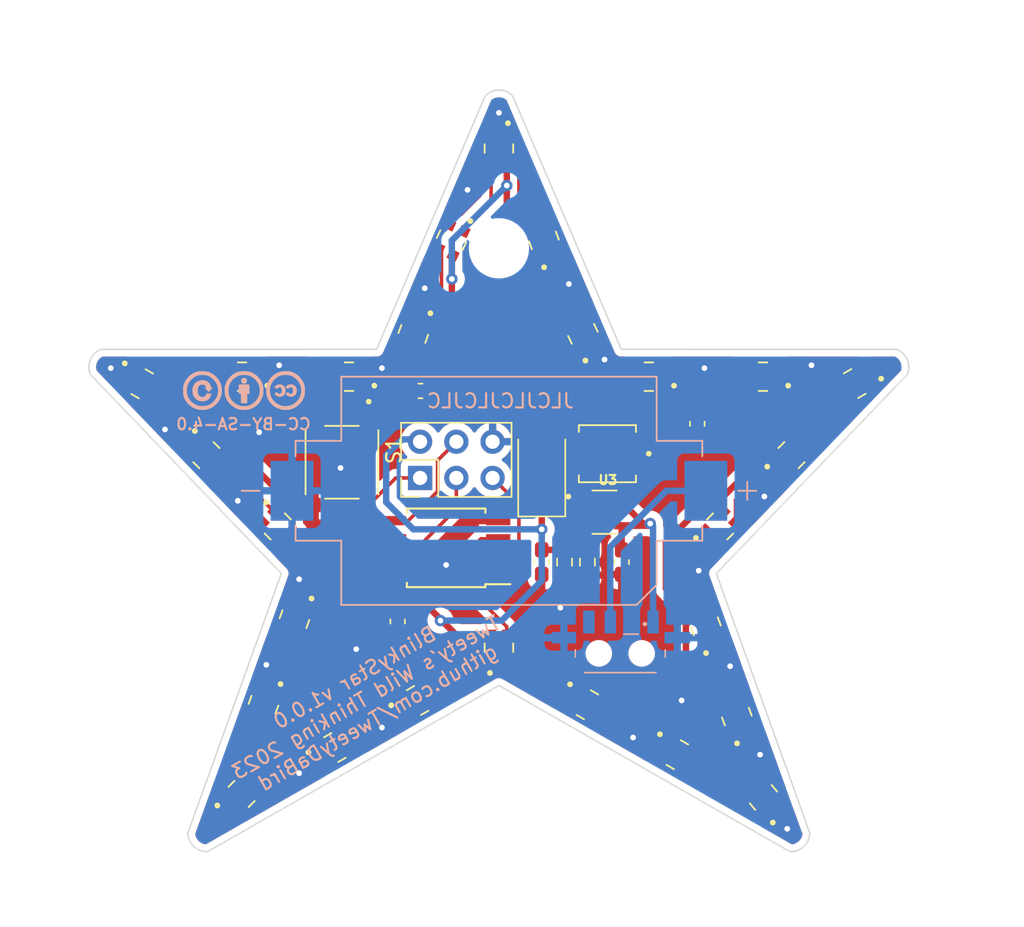
<source format=kicad_pcb>
(kicad_pcb (version 20211014) (generator pcbnew)
  (title_block (title "Blinky Heart") (date "2023-02-05") (rev "v1.0.0") (company "Tweety's Wild Thinking") (comment 1 "Markus Knutsson <markus.knutsson@tweety.se>") (comment 2 "Licensed under Creative Commons BY-SA 4.0 International "))
  (layers (0 "F.Cu" signal) (31 "B.Cu" signal) (34 "B.Paste" user) (35 "F.Paste" user) (36 "B.SilkS" user "B.Silkscreen") (37 "F.SilkS" user "F.Silkscreen") (38 "B.Mask" user) (39 "F.Mask" user) (44 "Edge.Cuts" user))
  (net 0 "")
  (net 2 "MISO")
  (net 3 "VCC")
  (net 4 "SCK")
  (net 5 "MOSI")
  (net 6 "RESET")
  (net 7 "GND")
  (net 8 "Net-(LED1-Pad1)")
  (net 9 "RGB")
  (net 10 "Net-(LED2-Pad1)")
  (net 11 "Net-(LED3-Pad1)")
  (net 12 "Net-(LED4-Pad1)")
  (net 13 "Net-(LED5-Pad1)")
  (net 14 "Net-(LED6-Pad1)")
  (net 15 "Net-(LED7-Pad1)")
  (net 16 "Net-(LED8-Pad1)")
  (net 17 "Net-(LED10-Pad3)")
  (net 18 "Net-(LED10-Pad1)")
  (net 19 "Net-(LED11-Pad1)")
  (net 20 "Net-(LED12-Pad1)")
  (net 21 "Net-(LED13-Pad1)")
  (net 22 "Net-(LED14-Pad1)")
  (net 23 "Net-(LED15-Pad1)")
  (net 24 "Net-(LED16-Pad1)")
  (net 25 "Net-(LED17-Pad1)")
  (net 26 "Net-(LED18-Pad1)")
  (net 27 "Net-(LED19-Pad1)")
  (net 28 "Net-(LED20-Pad1)")
  (net 29 "Net-(LED21-Pad1)")
  (net 30 "Net-(LED22-Pad1)")
  (net 31 "Net-(LED23-Pad1)")
  (net 32 "Net-(LED24-Pad1)")
  (net 33 "Net-(R1-Pad2)")
  (net 35 "/Bat+")
  (net 36 "/PWR")
  (net 37 "/PWR2")
  (net 38 "Net-(LED25-Pad1)")
  (footprint "WS2812-2020:LED_WS2812-2020" (layer "F.Cu") (at 126.15 74.45 110)
    (fp_text reference "LED15" hide)
    (fp_text value "XL-2020RGBC-WS2812B")
    (pad "1" smd rect (at -0.915 -0.55 110) (size 0.7 0.7) (layers "F.Cu" "F.Paste" "F.Mask") (net 23 "Net-(LED15-Pad1)"))
    (pad "2" smd rect (at -0.915 0.55 110) (size 0.7 0.7) (layers "F.Cu" "F.Paste" "F.Mask") (net 7 "GND"))
    (pad "3" smd rect (at 0.915 0.55 290) (size 0.7 0.7) (layers "F.Cu" "F.Paste" "F.Mask") (net 22 "Net-(LED14-Pad1)"))
    (pad "4" smd rect (at 0.915 -0.55 290) (size 0.7 0.7) (layers "F.Cu" "F.Paste" "F.Mask") (net 3 "VCC"))
  )
  (footprint "Capacitor_SMD:C_0603_1608Metric_Pad1.08x0.95mm_HandSolder" (layer "F.Cu") (at 126 97 -90)
    (fp_text reference "C5" hide)
    (fp_text value "1uF")
    (pad "1" smd roundrect (at -0.8625 0 270) (size 1.075 0.95) (layers "F.Cu" "F.Paste" "F.Mask") (net 3 "VCC"))
    (pad "2" smd roundrect (at 0.8625 0 270) (size 1.075 0.95) (layers "F.Cu" "F.Paste" "F.Mask") (net 7 "GND"))
  )
  (footprint "WS2812-2020:LED_WS2812-2020" (layer "F.Cu") (at 117.3 106.7 30)
    (fp_text reference "LED2" hide)
    (fp_text value "XL-2020RGBC-WS2812B")
    (pad "1" smd rect (at -0.915 -0.55 30) (size 0.7 0.7) (layers "F.Cu" "F.Paste" "F.Mask") (net 10 "Net-(LED2-Pad1)"))
    (pad "2" smd rect (at -0.915 0.55 30) (size 0.7 0.7) (layers "F.Cu" "F.Paste" "F.Mask") (net 7 "GND"))
    (pad "3" smd rect (at 0.915 0.55 210) (size 0.7 0.7) (layers "F.Cu" "F.Paste" "F.Mask") (net 8 "Net-(LED1-Pad1)"))
    (pad "4" smd rect (at 0.915 -0.55 210) (size 0.7 0.7) (layers "F.Cu" "F.Paste" "F.Mask") (net 3 "VCC"))
  )
  (footprint "WS2812-2020:LED_WS2812-2020" (layer "F.Cu") (at 133.5 84 180)
    (fp_text reference "LED17" hide)
    (fp_text value "XL-2020RGBC-WS2812B")
    (pad "1" smd rect (at -0.915 -0.55 180) (size 0.7 0.7) (layers "F.Cu" "F.Paste" "F.Mask") (net 25 "Net-(LED17-Pad1)"))
    (pad "2" smd rect (at -0.915 0.55 180) (size 0.7 0.7) (layers "F.Cu" "F.Paste" "F.Mask") (net 7 "GND"))
    (pad "3" smd rect (at 0.915 0.55) (size 0.7 0.7) (layers "F.Cu" "F.Paste" "F.Mask") (net 24 "Net-(LED16-Pad1)"))
    (pad "4" smd rect (at 0.915 -0.55) (size 0.7 0.7) (layers "F.Cu" "F.Paste" "F.Mask") (net 3 "VCC"))
  )
  (footprint "WS2812-2020:LED_WS2812-2020" (layer "F.Cu") (at 139.670221 107.828292 110)
    (fp_text reference "LED23" hide)
    (fp_text value "XL-2020RGBC-WS2812B")
    (pad "1" smd rect (at -0.915 -0.55 110) (size 0.7 0.7) (layers "F.Cu" "F.Paste" "F.Mask") (net 31 "Net-(LED23-Pad1)"))
    (pad "2" smd rect (at -0.915 0.55 110) (size 0.7 0.7) (layers "F.Cu" "F.Paste" "F.Mask") (net 7 "GND"))
    (pad "3" smd rect (at 0.915 0.55 290) (size 0.7 0.7) (layers "F.Cu" "F.Paste" "F.Mask") (net 30 "Net-(LED22-Pad1)"))
    (pad "4" smd rect (at 0.915 -0.55 290) (size 0.7 0.7) (layers "F.Cu" "F.Paste" "F.Mask") (net 3 "VCC"))
  )
  (footprint "Capacitor_SMD:C_0603_1608Metric_Pad1.08x0.95mm_HandSolder" (layer "F.Cu") (at 115.9 101.1625 -90)
    (fp_text reference "C1" hide)
    (fp_text value "100nF")
    (pad "1" smd roundrect (at -0.8625 0 270) (size 1.075 0.95) (layers "F.Cu" "F.Paste" "F.Mask") (net 3 "VCC"))
    (pad "2" smd roundrect (at 0.8625 0 270) (size 1.075 0.95) (layers "F.Cu" "F.Paste" "F.Mask") (net 7 "GND"))
  )
  (footprint "Diode_SMD:D_SMA" (layer "F.Cu") (at 126 90.4 90)
    (fp_text reference "D1" hide)
    (fp_text value "1N5819")
    (pad "1" smd rect (at -2 0 90) (size 2.5 1.8) (layers "F.Cu" "F.Paste" "F.Mask") (net 3 "VCC"))
    (pad "2" smd rect (at 2 0 90) (size 2.5 1.8) (layers "F.Cu" "F.Paste" "F.Mask") (net 37 "/PWR2"))
  )
  (footprint "AP3012KTR-G1:SOT95P280X145-5N" (layer "F.Cu") (at 130.4 93.5)
    (fp_text reference "U3" (at 0.232 -2.2564) (layer "F.SilkS") (effects (font (size 0.64 0.64))))
    (fp_text value "AP3012KTR-G1")
    (pad "1" smd roundrect locked (at -1.25 -0.95 270) (size 0.51 1.17) (layers "F.Cu" "F.Paste" "F.Mask") (roundrect_rratio 0.15) (net 37 "/PWR2"))
    (pad "2" smd roundrect locked (at -1.25 0 270) (size 0.51 1.17) (layers "F.Cu" "F.Paste" "F.Mask") (roundrect_rratio 0.15) (net 7 "GND"))
    (pad "3" smd roundrect locked (at -1.25 0.95 270) (size 0.51 1.17) (layers "F.Cu" "F.Paste" "F.Mask") (roundrect_rratio 0.15) (net 33 "Net-(R1-Pad2)"))
    (pad "4" smd roundrect locked (at 1.25 0.95 270) (size 0.51 1.17) (layers "F.Cu" "F.Paste" "F.Mask") (roundrect_rratio 0.15) (net 36 "/PWR"))
    (pad "5" smd roundrect locked (at 1.25 -0.95 270) (size 0.51 1.17) (layers "F.Cu" "F.Paste" "F.Mask") (roundrect_rratio 0.15) (net 36 "/PWR"))
  )
  (footprint "WS2812-2020:LED_WS2812-2020" (layer "F.Cu") (at 141.535911 113.5 130)
    (fp_text reference "LED24" hide)
    (fp_text value "XL-2020RGBC-WS2812B")
    (pad "1" smd rect (at -0.915 -0.55 130) (size 0.7 0.7) (layers "F.Cu" "F.Paste" "F.Mask") (net 32 "Net-(LED24-Pad1)"))
    (pad "2" smd rect (at -0.915 0.55 130) (size 0.7 0.7) (layers "F.Cu" "F.Paste" "F.Mask") (net 7 "GND"))
    (pad "3" smd rect (at 0.915 0.55 310) (size 0.7 0.7) (layers "F.Cu" "F.Paste" "F.Mask") (net 31 "Net-(LED23-Pad1)"))
    (pad "4" smd rect (at 0.915 -0.55 310) (size 0.7 0.7) (layers "F.Cu" "F.Paste" "F.Mask") (net 3 "VCC"))
  )
  (footprint "Package_SO:SOIC-8W_5.3x5.3mm_P1.27mm" (layer "F.Cu") (at 119.3 96 180)
    (fp_text reference "U1" hide)
    (fp_text value "ATTINY85-20SU")
    (pad "1" smd rect (at -3.65 -1.905 180) (size 1.7 0.65) (layers "F.Cu" "F.Paste" "F.Mask") (net 6 "RESET"))
    (pad "2" smd rect (at -3.65 -0.635 180) (size 1.7 0.65) (layers "F.Cu" "F.Paste" "F.Mask"))
    (pad "3" smd rect (at -3.65 0.635 180) (size 1.7 0.65) (layers "F.Cu" "F.Paste" "F.Mask") (net 9 "RGB"))
    (pad "4" smd rect (at -3.65 1.905 180) (size 1.7 0.65) (layers "F.Cu" "F.Paste" "F.Mask") (net 7 "GND"))
    (pad "5" smd rect (at 3.65 1.905 180) (size 1.7 0.65) (layers "F.Cu" "F.Paste" "F.Mask") (net 5 "MOSI"))
    (pad "6" smd rect (at 3.65 0.635 180) (size 1.7 0.65) (layers "F.Cu" "F.Paste" "F.Mask") (net 2 "MISO"))
    (pad "7" smd rect (at 3.65 -0.635 180) (size 1.7 0.65) (layers "F.Cu" "F.Paste" "F.Mask") (net 4 "SCK"))
    (pad "8" smd rect (at 3.65 -1.905 180) (size 1.7 0.65) (layers "F.Cu" "F.Paste" "F.Mask") (net 3 "VCC"))
  )
  (footprint "WS2812-2020:LED_WS2812-2020" (layer "F.Cu") (at 129.2 107 -30)
    (fp_text reference "LED26" hide)
    (fp_text value "XL-2020RGBC-WS2812B")
    (pad "1" smd rect (at -0.915 -0.55 330) (size 0.7 0.7) (layers "F.Cu" "F.Paste" "F.Mask"))
    (pad "2" smd rect (at -0.915 0.55 330) (size 0.7 0.7) (layers "F.Cu" "F.Paste" "F.Mask") (net 7 "GND"))
    (pad "3" smd rect (at 0.915 0.55 150) (size 0.7 0.7) (layers "F.Cu" "F.Paste" "F.Mask") (net 38 "Net-(LED25-Pad1)"))
    (pad "4" smd rect (at 0.915 -0.55 150) (size 0.7 0.7) (layers "F.Cu" "F.Paste" "F.Mask") (net 3 "VCC"))
  )
  (footprint "WS2812-2020:LED_WS2812-2020" (layer "F.Cu") (at 147.932587 84.481186 -150)
    (fp_text reference "LED19" hide)
    (fp_text value "XL-2020RGBC-WS2812B")
    (pad "1" smd rect (at -0.915 -0.55 210) (size 0.7 0.7) (layers "F.Cu" "F.Paste" "F.Mask") (net 27 "Net-(LED19-Pad1)"))
    (pad "2" smd rect (at -0.915 0.55 210) (size 0.7 0.7) (layers "F.Cu" "F.Paste" "F.Mask") (net 7 "GND"))
    (pad "3" smd rect (at 0.915 0.55 30) (size 0.7 0.7) (layers "F.Cu" "F.Paste" "F.Mask") (net 26 "Net-(LED18-Pad1)"))
    (pad "4" smd rect (at 0.915 -0.55 30) (size 0.7 0.7) (layers "F.Cu" "F.Paste" "F.Mask") (net 3 "VCC"))
  )
  (footprint "MountingHole:MountingHole_3.2mm_M3" (layer "F.Cu") (at 122.9275 76)
    (fp_text reference "H1" hide)
    (fp_text value "MountingHole")
    (pad "" np_thru_hole circle (at 0.0725 -1) (size 3.2 3.2) (drill 3.2) (layers F&B.Cu *.Mask))
  )
  (footprint "WS2812-2020:LED_WS2812-2020" (layer "F.Cu") (at 143.5 89.5 45)
    (fp_text reference "LED20" hide)
    (fp_text value "XL-2020RGBC-WS2812B")
    (pad "1" smd rect (at -0.915 -0.55 45) (size 0.7 0.7) (layers "F.Cu" "F.Paste" "F.Mask") (net 28 "Net-(LED20-Pad1)"))
    (pad "2" smd rect (at -0.915 0.55 45) (size 0.7 0.7) (layers "F.Cu" "F.Paste" "F.Mask") (net 7 "GND"))
    (pad "3" smd rect (at 0.915 0.55 225) (size 0.7 0.7) (layers "F.Cu" "F.Paste" "F.Mask") (net 27 "Net-(LED19-Pad1)"))
    (pad "4" smd rect (at 0.915 -0.55 225) (size 0.7 0.7) (layers "F.Cu" "F.Paste" "F.Mask") (net 3 "VCC"))
  )
  (footprint "WS2812-2020:LED_WS2812-2020" (layer "F.Cu") (at 111.5 110 30)
    (fp_text reference "LED3" hide)
    (fp_text value "XL-2020RGBC-WS2812B")
    (pad "1" smd rect (at -0.915 -0.55 30) (size 0.7 0.7) (layers "F.Cu" "F.Paste" "F.Mask") (net 11 "Net-(LED3-Pad1)"))
    (pad "2" smd rect (at -0.915 0.55 30) (size 0.7 0.7) (layers "F.Cu" "F.Paste" "F.Mask") (net 7 "GND"))
    (pad "3" smd rect (at 0.915 0.55 210) (size 0.7 0.7) (layers "F.Cu" "F.Paste" "F.Mask") (net 10 "Net-(LED2-Pad1)"))
    (pad "4" smd rect (at 0.915 -0.55 210) (size 0.7 0.7) (layers "F.Cu" "F.Paste" "F.Mask") (net 3 "VCC"))
  )
  (footprint "WS2812-2020:LED_WS2812-2020" (layer "F.Cu") (at 128.885165 81 115)
    (fp_text reference "LED16" hide)
    (fp_text value "XL-2020RGBC-WS2812B")
    (pad "1" smd rect (at -0.915 -0.55 115) (size 0.7 0.7) (layers "F.Cu" "F.Paste" "F.Mask") (net 24 "Net-(LED16-Pad1)"))
    (pad "2" smd rect (at -0.915 0.55 115) (size 0.7 0.7) (layers "F.Cu" "F.Paste" "F.Mask") (net 7 "GND"))
    (pad "3" smd rect (at 0.915 0.55 295) (size 0.7 0.7) (layers "F.Cu" "F.Paste" "F.Mask") (net 23 "Net-(LED15-Pad1)"))
    (pad "4" smd rect (at 0.915 -0.55 295) (size 0.7 0.7) (layers "F.Cu" "F.Paste" "F.Mask") (net 3 "VCC"))
  )
  (footprint "Capacitor_SMD:C_0603_1608Metric_Pad1.08x0.95mm_HandSolder" (layer "F.Cu") (at 136.9 87.3 -90)
    (fp_text reference "C3" hide)
    (fp_text value "100nF")
    (pad "1" smd roundrect (at -0.8625 0 270) (size 1.075 0.95) (layers "F.Cu" "F.Paste" "F.Mask") (net 3 "VCC"))
    (pad "2" smd roundrect (at 0.8625 0 270) (size 1.075 0.95) (layers "F.Cu" "F.Paste" "F.Mask") (net 7 "GND"))
  )
  (footprint "WS2812-2020:LED_WS2812-2020" (layer "F.Cu") (at 123 68 -90)
    (fp_text reference "LED14" hide)
    (fp_text value "XL-2020RGBC-WS2812B")
    (pad "1" smd rect (at -0.915 -0.55 270) (size 0.7 0.7) (layers "F.Cu" "F.Paste" "F.Mask") (net 22 "Net-(LED14-Pad1)"))
    (pad "2" smd rect (at -0.915 0.55 270) (size 0.7 0.7) (layers "F.Cu" "F.Paste" "F.Mask") (net 7 "GND"))
    (pad "3" smd rect (at 0.915 0.55 90) (size 0.7 0.7) (layers "F.Cu" "F.Paste" "F.Mask") (net 21 "Net-(LED13-Pad1)"))
    (pad "4" smd rect (at 0.915 -0.55 90) (size 0.7 0.7) (layers "F.Cu" "F.Paste" "F.Mask") (net 3 "VCC"))
  )
  (footprint "WS2812-2020:LED_WS2812-2020" (layer "F.Cu") (at 135.5 110.5 -30)
    (fp_text reference "LED25" hide)
    (fp_text value "XL-2020RGBC-WS2812B")
    (pad "1" smd rect (at -0.915 -0.55 330) (size 0.7 0.7) (layers "F.Cu" "F.Paste" "F.Mask") (net 38 "Net-(LED25-Pad1)"))
    (pad "2" smd rect (at -0.915 0.55 330) (size 0.7 0.7) (layers "F.Cu" "F.Paste" "F.Mask") (net 7 "GND"))
    (pad "3" smd rect (at 0.915 0.55 150) (size 0.7 0.7) (layers "F.Cu" "F.Paste" "F.Mask") (net 32 "Net-(LED24-Pad1)"))
    (pad "4" smd rect (at 0.915 -0.55 150) (size 0.7 0.7) (layers "F.Cu" "F.Paste" "F.Mask") (net 3 "VCC"))
  )
  (footprint "Capacitor_SMD:C_0603_1608Metric_Pad1.08x0.95mm_HandSolder" (layer "F.Cu") (at 117.5 85)
    (fp_text reference "C2" hide)
    (fp_text value "100nF")
    (pad "1" smd roundrect (at -0.8625 0) (size 1.075 0.95) (layers "F.Cu" "F.Paste" "F.Mask") (net 3 "VCC"))
    (pad "2" smd roundrect (at 0.8625 0) (size 1.075 0.95) (layers "F.Cu" "F.Paste" "F.Mask") (net 7 "GND"))
  )
  (footprint "WS2812-2020:LED_WS2812-2020" (layer "F.Cu") (at 117 81 -110)
    (fp_text reference "LED12" hide)
    (fp_text value "XL-2020RGBC-WS2812B")
    (pad "1" smd rect (at -0.915 -0.55 250) (size 0.7 0.7) (layers "F.Cu" "F.Paste" "F.Mask") (net 20 "Net-(LED12-Pad1)"))
    (pad "2" smd rect (at -0.915 0.55 250) (size 0.7 0.7) (layers "F.Cu" "F.Paste" "F.Mask") (net 7 "GND"))
    (pad "3" smd rect (at 0.915 0.55 70) (size 0.7 0.7) (layers "F.Cu" "F.Paste" "F.Mask") (net 19 "Net-(LED11-Pad1)"))
    (pad "4" smd rect (at 0.915 -0.55 70) (size 0.7 0.7) (layers "F.Cu" "F.Paste" "F.Mask") (net 3 "VCC"))
  )
  (footprint "WS2812-2020:LED_WS2812-2020" (layer "F.Cu") (at 137.5 101.5 110)
    (fp_text reference "LED22" hide)
    (fp_text value "XL-2020RGBC-WS2812B")
    (pad "1" smd rect (at -0.915 -0.55 110) (size 0.7 0.7) (layers "F.Cu" "F.Paste" "F.Mask") (net 30 "Net-(LED22-Pad1)"))
    (pad "2" smd rect (at -0.915 0.55 110) (size 0.7 0.7) (layers "F.Cu" "F.Paste" "F.Mask") (net 7 "GND"))
    (pad "3" smd rect (at 0.915 0.55 290) (size 0.7 0.7) (layers "F.Cu" "F.Paste" "F.Mask") (net 29 "Net-(LED21-Pad1)"))
    (pad "4" smd rect (at 0.915 -0.55 290) (size 0.7 0.7) (layers "F.Cu" "F.Paste" "F.Mask") (net 3 "VCC"))
  )
  (footprint "FDSD0420-H-100M_P3:IND_FDSD0420-H-100M=P3" (layer "F.Cu") (at 130.6 89.4 180)
    (fp_text reference "L1" hide)
    (fp_text value "10uF")
    (pad "1" smd rect (at -1.6 0 180) (size 1.4 2.4) (layers "F.Cu" "F.Paste" "F.Mask") (net 36 "/PWR"))
    (pad "2" smd rect (at 1.6 0 180) (size 1.4 2.4) (layers "F.Cu" "F.Paste" "F.Mask") (net 37 "/PWR2"))
  )
  (footprint "WS2812-2020:LED_WS2812-2020" (layer "F.Cu") (at 138.5 94.5 45)
    (fp_text reference "LED21" hide)
    (fp_text value "XL-2020RGBC-WS2812B")
    (pad "1" smd rect (at -0.915 -0.55 45) (size 0.7 0.7) (layers "F.Cu" "F.Paste" "F.Mask") (net 29 "Net-(LED21-Pad1)"))
    (pad "2" smd rect (at -0.915 0.55 45) (size 0.7 0.7) (layers "F.Cu" "F.Paste" "F.Mask") (net 7 "GND"))
    (pad "3" smd rect (at 0.915 0.55 225) (size 0.7 0.7) (layers "F.Cu" "F.Paste" "F.Mask") (net 28 "Net-(LED20-Pad1)"))
    (pad "4" smd rect (at 0.915 -0.55 225) (size 0.7 0.7) (layers "F.Cu" "F.Paste" "F.Mask") (net 3 "VCC"))
  )
  (footprint "WS2812-2020:LED_WS2812-2020" (layer "F.Cu") (at 141.5 84 180)
    (fp_text reference "LED18" hide)
    (fp_text value "XL-2020RGBC-WS2812B")
    (pad "1" smd rect (at -0.915 -0.55 180) (size 0.7 0.7) (layers "F.Cu" "F.Paste" "F.Mask") (net 26 "Net-(LED18-Pad1)"))
    (pad "2" smd rect (at -0.915 0.55 180) (size 0.7 0.7) (layers "F.Cu" "F.Paste" "F.Mask") (net 7 "GND"))
    (pad "3" smd rect (at 0.915 0.55) (size 0.7 0.7) (layers "F.Cu" "F.Paste" "F.Mask") (net 25 "Net-(LED17-Pad1)"))
    (pad "4" smd rect (at 0.915 -0.55) (size 0.7 0.7) (layers "F.Cu" "F.Paste" "F.Mask") (net 3 "VCC"))
  )
  (footprint "Capacitor_SMD:C_0603_1608Metric_Pad1.08x0.95mm_HandSolder" (layer "F.Cu") (at 131.6 97 -90)
    (fp_text reference "C4" hide)
    (fp_text value "1uF")
    (pad "1" smd roundrect (at -0.8625 0 270) (size 1.075 0.95) (layers "F.Cu" "F.Paste" "F.Mask") (net 36 "/PWR"))
    (pad "2" smd roundrect (at 0.8625 0 270) (size 1.075 0.95) (layers "F.Cu" "F.Paste" "F.Mask") (net 7 "GND"))
  )
  (footprint "WS2812-2020:LED_WS2812-2020" (layer "F.Cu") (at 112.5 84 180)
    (fp_text reference "LED11" hide)
    (fp_text value "XL-2020RGBC-WS2812B")
    (pad "1" smd rect (at -0.915 -0.55 180) (size 0.7 0.7) (layers "F.Cu" "F.Paste" "F.Mask") (net 19 "Net-(LED11-Pad1)"))
    (pad "2" smd rect (at -0.915 0.55 180) (size 0.7 0.7) (layers "F.Cu" "F.Paste" "F.Mask") (net 7 "GND"))
    (pad "3" smd rect (at 0.915 0.55) (size 0.7 0.7) (layers "F.Cu" "F.Paste" "F.Mask") (net 18 "Net-(LED10-Pad1)"))
    (pad "4" smd rect (at 0.915 -0.55) (size 0.7 0.7) (layers "F.Cu" "F.Paste" "F.Mask") (net 3 "VCC"))
  )
  (footprint "WS2812-2020:LED_WS2812-2020" (layer "F.Cu") (at 106.5 107 -110)
    (fp_text reference "LED5" hide)
    (fp_text value "XL-2020RGBC-WS2812B")
    (pad "1" smd rect (at -0.915 -0.55 250) (size 0.7 0.7) (layers "F.Cu" "F.Paste" "F.Mask") (net 13 "Net-(LED5-Pad1)"))
    (pad "2" smd rect (at -0.915 0.55 250) (size 0.7 0.7) (layers "F.Cu" "F.Paste" "F.Mask") (net 7 "GND"))
    (pad "3" smd rect (at 0.915 0.55 70) (size 0.7 0.7) (layers "F.Cu" "F.Paste" "F.Mask") (net 12 "Net-(LED4-Pad1)"))
    (pad "4" smd rect (at 0.915 -0.55 70) (size 0.7 0.7) (layers "F.Cu" "F.Paste" "F.Mask") (net 3 "VCC"))
  )
  (footprint "WS2812-2020:LED_WS2812-2020" (layer "F.Cu") (at 107.5 94.5 -45)
    (fp_text reference "LED7" hide)
    (fp_text value "XL-2020RGBC-WS2812B")
    (pad "1" smd rect (at -0.915 -0.55 315) (size 0.7 0.7) (layers "F.Cu" "F.Paste" "F.Mask") (net 15 "Net-(LED7-Pad1)"))
    (pad "2" smd rect (at -0.915 0.55 315) (size 0.7 0.7) (layers "F.Cu" "F.Paste" "F.Mask") (net 7 "GND"))
    (pad "3" smd rect (at 0.915 0.55 135) (size 0.7 0.7) (layers "F.Cu" "F.Paste" "F.Mask") (net 14 "Net-(LED6-Pad1)"))
    (pad "4" smd rect (at 0.915 -0.55 135) (size 0.7 0.7) (layers "F.Cu" "F.Paste" "F.Mask") (net 3 "VCC"))
  )
  (footprint "WS2812-2020:LED_WS2812-2020" (layer "F.Cu") (at 123 103 90)
    (fp_text reference "LED1" hide)
    (fp_text value "XL-2020RGBC-WS2812B")
    (pad "1" smd rect (at -0.915 -0.55 90) (size 0.7 0.7) (layers "F.Cu" "F.Paste" "F.Mask") (net 8 "Net-(LED1-Pad1)"))
    (pad "2" smd rect (at -0.915 0.55 90) (size 0.7 0.7) (layers "F.Cu" "F.Paste" "F.Mask") (net 7 "GND"))
    (pad "3" smd rect (at 0.915 0.55 270) (size 0.7 0.7) (layers "F.Cu" "F.Paste" "F.Mask") (net 9 "RGB"))
    (pad "4" smd rect (at 0.915 -0.55 270) (size 0.7 0.7) (layers "F.Cu" "F.Paste" "F.Mask") (net 3 "VCC"))
  )
  (footprint "Resistor_SMD:R_0603_1608Metric_Pad0.98x0.95mm_HandSolder" (layer "F.Cu") (at 129.2 97 -90)
    (fp_text reference "R2" hide)
    (fp_text value "5K")
    (pad "1" smd roundrect (at -0.9125 0 270) (size 0.975 0.95) (layers "F.Cu" "F.Paste" "F.Mask") (net 33 "Net-(R1-Pad2)"))
    (pad "2" smd roundrect (at 0.9125 0 270) (size 0.975 0.95) (layers "F.Cu" "F.Paste" "F.Mask") (net 7 "GND"))
  )
  (footprint "TS-1187A:SW_TS-1187A-B-A-B" (layer "F.Cu") (at 112 90 -90)
    (fp_text reference "S1" (at -0.825 -3.635 -90) (layer "F.SilkS"))
    (fp_text value "TS-1187A-B-A-B")
    (pad "A" smd rect (at -3 -1.875 270) (size 1 0.75) (layers "F.Cu" "F.Paste" "F.Mask") (net 2 "MISO"))
    (pad "B" smd rect (at 3 -1.875 270) (size 1 0.75) (layers "F.Cu" "F.Paste" "F.Mask") (net 2 "MISO"))
    (pad "C" smd rect (at -3 1.875 270) (size 1 0.75) (layers "F.Cu" "F.Paste" "F.Mask") (net 7 "GND"))
    (pad "D" smd rect (at 3 1.875 270) (size 1 0.75) (layers "F.Cu" "F.Paste" "F.Mask") (net 7 "GND"))
  )
  (footprint "Resistor_SMD:R_0603_1608Metric_Pad0.98x0.95mm_HandSolder" (layer "F.Cu") (at 127.6 97 -90)
    (fp_text reference "R1" hide)
    (fp_text value "10K")
    (pad "1" smd roundrect (at -0.9125 0 270) (size 0.975 0.95) (layers "F.Cu" "F.Paste" "F.Mask") (net 3 "VCC"))
    (pad "2" smd roundrect (at 0.9125 0 270) (size 0.975 0.95) (layers "F.Cu" "F.Paste" "F.Mask") (net 33 "Net-(R1-Pad2)"))
  )
  (footprint "Connector_PinHeader_2.54mm:PinHeader_2x03_P2.54mm_Vertical" (layer "F.Cu") (at 117.475 91.1 90)
    (fp_text reference "J1" hide)
    (fp_text value "AVR-ISP-6")
    (pad "1" thru_hole rect (at 0 0 90) (size 1.7 1.7) (drill 1) (layers *.Cu *.Mask) (net 2 "MISO"))
    (pad "2" thru_hole oval (at 2.54 0 90) (size 1.7 1.7) (drill 1) (layers *.Cu *.Mask) (net 3 "VCC"))
    (pad "3" thru_hole oval (at 0 2.54 90) (size 1.7 1.7) (drill 1) (layers *.Cu *.Mask) (net 4 "SCK"))
    (pad "4" thru_hole oval (at 2.54 2.54 90) (size 1.7 1.7) (drill 1) (layers *.Cu *.Mask) (net 5 "MOSI"))
    (pad "5" thru_hole oval (at 0 5.08 90) (size 1.7 1.7) (drill 1) (layers *.Cu *.Mask) (net 6 "RESET"))
    (pad "6" thru_hole oval (at 2.54 5.08 90) (size 1.7 1.7) (drill 1) (layers *.Cu *.Mask) (net 7 "GND"))
  )
  (footprint "WS2812-2020:LED_WS2812-2020" (layer "F.Cu") (at 108.670221 101 -110)
    (fp_text reference "LED6" hide)
    (fp_text value "XL-2020RGBC-WS2812B")
    (pad "1" smd rect (at -0.915 -0.55 250) (size 0.7 0.7) (layers "F.Cu" "F.Paste" "F.Mask") (net 14 "Net-(LED6-Pad1)"))
    (pad "2" smd rect (at -0.915 0.55 250) (size 0.7 0.7) (layers "F.Cu" "F.Paste" "F.Mask") (net 7 "GND"))
    (pad "3" smd rect (at 0.915 0.55 70) (size 0.7 0.7) (layers "F.Cu" "F.Paste" "F.Mask") (net 13 "Net-(LED5-Pad1)"))
    (pad "4" smd rect (at 0.915 -0.55 70) (size 0.7 0.7) (layers "F.Cu" "F.Paste" "F.Mask") (net 3 "VCC"))
  )
  (footprint "WS2812-2020:LED_WS2812-2020" (layer "F.Cu") (at 105 84 180)
    (fp_text reference "LED10" hide)
    (fp_text value "XL-2020RGBC-WS2812B")
    (pad "1" smd rect (at -0.915 -0.55 180) (size 0.7 0.7) (layers "F.Cu" "F.Paste" "F.Mask") (net 18 "Net-(LED10-Pad1)"))
    (pad "2" smd rect (at -0.915 0.55 180) (size 0.7 0.7) (layers "F.Cu" "F.Paste" "F.Mask") (net 7 "GND"))
    (pad "3" smd rect (at 0.915 0.55) (size 0.7 0.7) (layers "F.Cu" "F.Paste" "F.Mask") (net 17 "Net-(LED10-Pad3)"))
    (pad "4" smd rect (at 0.915 -0.55) (size 0.7 0.7) (layers "F.Cu" "F.Paste" "F.Mask") (net 3 "VCC"))
  )
  (footprint "WS2812-2020:LED_WS2812-2020" (layer "F.Cu") (at 102.5 89.5 -45)
    (fp_text reference "LED8" hide)
    (fp_text value "XL-2020RGBC-WS2812B")
    (pad "1" smd rect (at -0.915 -0.55 315) (size 0.7 0.7) (layers "F.Cu" "F.Paste" "F.Mask") (net 16 "Net-(LED8-Pad1)"))
    (pad "2" smd rect (at -0.915 0.55 315) (size 0.7 0.7) (layers "F.Cu" "F.Paste" "F.Mask") (net 7 "GND"))
    (pad "3" smd rect (at 0.915 0.55 135) (size 0.7 0.7) (layers "F.Cu" "F.Paste" "F.Mask") (net 15 "Net-(LED7-Pad1)"))
    (pad "4" smd rect (at 0.915 -0.55 135) (size 0.7 0.7) (layers "F.Cu" "F.Paste" "F.Mask") (net 3 "VCC"))
  )
  (footprint "WS2812-2020:LED_WS2812-2020" (layer "F.Cu") (at 104.964089 113.258094 45)
    (fp_text reference "LED4" hide)
    (fp_text value "XL-2020RGBC-WS2812B")
    (pad "1" smd rect (at -0.915 -0.55 45) (size 0.7 0.7) (layers "F.Cu" "F.Paste" "F.Mask") (net 12 "Net-(LED4-Pad1)"))
    (pad "2" smd rect (at -0.915 0.55 45) (size 0.7 0.7) (layers "F.Cu" "F.Paste" "F.Mask") (net 7 "GND"))
    (pad "3" smd rect (at 0.915 0.55 225) (size 0.7 0.7) (layers "F.Cu" "F.Paste" "F.Mask") (net 11 "Net-(LED3-Pad1)"))
    (pad "4" smd rect (at 0.915 -0.55 225) (size 0.7 0.7) (layers "F.Cu" "F.Paste" "F.Mask") (net 3 "VCC"))
  )
  (footprint "WS2812-2020:LED_WS2812-2020" (layer "F.Cu") (at 119.675 74.425 -115)
    (fp_text reference "LED13" hide)
    (fp_text value "XL-2020RGBC-WS2812B")
    (pad "1" smd rect (at -0.915 -0.55 245) (size 0.7 0.7) (layers "F.Cu" "F.Paste" "F.Mask") (net 21 "Net-(LED13-Pad1)"))
    (pad "2" smd rect (at -0.915 0.55 245) (size 0.7 0.7) (layers "F.Cu" "F.Paste" "F.Mask") (net 7 "GND"))
    (pad "3" smd rect (at 0.915 0.55 65) (size 0.7 0.7) (layers "F.Cu" "F.Paste" "F.Mask") (net 20 "Net-(LED12-Pad1)"))
    (pad "4" smd rect (at 0.915 -0.55 65) (size 0.7 0.7) (layers "F.Cu" "F.Paste" "F.Mask") (net 3 "VCC"))
  )
  (footprint "WS2812-2020:LED_WS2812-2020" (layer "F.Cu") (at 98 84.5 -30)
    (fp_text reference "LED9" hide)
    (fp_text value "XL-2020RGBC-WS2812B")
    (pad "1" smd rect (at -0.915 -0.55 330) (size 0.7 0.7) (layers "F.Cu" "F.Paste" "F.Mask") (net 17 "Net-(LED10-Pad3)"))
    (pad "2" smd rect (at -0.915 0.55 330) (size 0.7 0.7) (layers "F.Cu" "F.Paste" "F.Mask") (net 7 "GND"))
    (pad "3" smd rect (at 0.915 0.55 150) (size 0.7 0.7) (layers "F.Cu" "F.Paste" "F.Mask") (net 16 "Net-(LED8-Pad1)"))
    (pad "4" smd rect (at 0.915 -0.55 150) (size 0.7 0.7) (layers "F.Cu" "F.Paste" "F.Mask") (net 3 "VCC"))
  )
  (footprint "CR2032-BS-6-1:BAT_CR2032-BS-6-1" (layer "B.Cu") (at 123 92 180)
    (fp_text reference "BT1" hide)
    (fp_text value "CR2032-BS-6-1")
    (pad "1" smd rect (at -14.5 0 180) (size 3 4.2) (layers "B.Cu" "B.Paste" "B.Mask") (net 35 "/Bat+"))
    (pad "2" smd rect (at 14.5 0 180) (size 3 4.2) (layers "B.Cu" "B.Paste" "B.Mask") (net 7 "GND"))
  )
  (footprint "Keyboard Common:MSK12C02" (layer "B.Cu") (at 131.5 103.4 180)
    (fp_text reference "SW1" hide)
    (fp_text value "MSK12C02" hide)
    (pad "" np_thru_hole circle (at 1.5 0 180) (size 0.85 0.85) (drill 0.85) (layers *.Cu *.Mask))
    (pad "" np_thru_hole circle (at -1.5 0 180) (size 0.85 0.85) (drill 0.85) (layers *.Cu *.Mask))
    (pad "A1" smd rect (at -2.3 2.2 180) (size 0.8 1.6) (layers "B.Cu" "B.Paste" "B.Mask") (net 36 "/PWR"))
    (pad "B1" smd rect (at 0.7 2.2 180) (size 0.8 1.6) (layers "B.Cu" "B.Paste" "B.Mask") (net 35 "/Bat+"))
    (pad "C1" smd rect (at 2.2 2.2 180) (size 0.8 1.6) (layers "B.Cu" "B.Paste" "B.Mask"))
    (pad "MP" smd rect (at 3.95 -1.1 90) (size 0.8 1.7) (layers "B.Cu" "B.Paste" "B.Mask") (net 7 "GND"))
    (pad "MP" smd rect (at 3.95 1.1 90) (size 0.8 1.7) (layers "B.Cu" "B.Paste" "B.Mask") (net 7 "GND"))
    (pad "MP" smd rect (at -4 1.1 90) (size 0.8 1.8) (layers "B.Cu" "B.Paste" "B.Mask") (net 7 "GND"))
    (pad "MP" smd rect (at -4 -1.1 90) (size 0.8 1.8) (layers "B.Cu" "B.Paste" "B.Mask") (net 7 "GND"))
  )
  (footprint "Logotypes:CC_BY_SA_40" (layer "B.Cu") (at 105.1 85.9 180)
    (fp_text reference "Logo1")
    (fp_text value "CC-BY-SA-4.0" (at 0 -1.43) (layer "B.SilkS") (effects (font (size 0.8 0.8)) (justify mirror)))
  )
  (gr_line (start 131.5725 82.079697) (end 123.9525 64.299697) (layer "Edge.Cuts") (width 0.1))
  (gr_line (start 138.232637 97.799704) (end 151.621842 83.83826) (layer "Edge.Cuts") (width 0.1))
  (gr_arc (start 94.363158 83.83826) (mid 94.372154 82.807321) (end 95.1075 82.084697) (layer "Edge.Cuts") (width 0.1))
  (gr_line (start 107.752363 97.799704) (end 101.199347 115.999999) (layer "Edge.Cuts") (width 0.1))
  (gr_arc (start 102.592578 117.299206) (mid 101.626888 116.93815) (end 101.199347 115.999999) (layer "Edge.Cuts") (width 0.1))
  (gr_line (start 150.8775 82.084697) (end 131.5725 82.079697) (layer "Edge.Cuts") (width 0.1))
  (gr_arc (start 144.785652 116) (mid 144.358113 116.938153) (end 143.392422 117.299206) (layer "Edge.Cuts") (width 0.1))
  (gr_line (start 122.0475 64.299697) (end 114.4275 82.079697) (layer "Edge.Cuts") (width 0.1))
  (gr_arc (start 122.0475 64.299697) (mid 123 63.905159) (end 123.9525 64.299697) (layer "Edge.Cuts") (width 0.1))
  (gr_line (start 102.592578 117.299206) (end 123 105.644697) (layer "Edge.Cuts") (width 0.1))
  (gr_line (start 144.785652 116) (end 138.232637 97.799704) (layer "Edge.Cuts") (width 0.1))
  (gr_line (start 114.4275 82.079697) (end 95.1075 82.084697) (layer "Edge.Cuts") (width 0.1))
  (gr_line (start 94.363158 83.83826) (end 107.752363 97.799704) (layer "Edge.Cuts") (width 0.1))
  (gr_line (start 123 105.644697) (end 143.392422 117.299206) (layer "Edge.Cuts") (width 0.1))
  (gr_arc (start 150.8775 82.084697) (mid 151.612847 82.80732) (end 151.621842 83.83826) (layer "Edge.Cuts") (width 0.1))
  (gr_text "JLCJLCJLCJLC" (at 123.1 85.7) (layer "B.SilkS") (effects (font (size 1 1)) (justify mirror)))
  (gr_text "BlinkyStar v1.0.0\nTweety's Wild Thinking 2023\ngithub.com/TweetyDaBird\n" (at 113.7 106.5 30) (layer "B.SilkS") (effects (font (size 1 1)) (justify mirror)))
  (segment (start 113.875 87) (end 113.875 93) (width 0.25) (layer "F.Cu") (net 2))
  (segment (start 117.475 91.1) (end 115.775 91.1) (width 0.25) (layer "F.Cu") (net 2))
  (segment (start 115.65 95.365) (end 114.165 95.365) (width 0.25) (layer "F.Cu") (net 2))
  (segment (start 115.775 91.1) (end 113.875 93) (width 0.25) (layer "F.Cu") (net 2))
  (segment (start 114.165 95.365) (end 113.875 95.075) (width 0.25) (layer "F.Cu") (net 2))
  (segment (start 113.875 95.075) (end 113.875 93) (width 0.25) (layer "F.Cu") (net 2))
  (segment (start 119.786774 75.486712) (end 119.7 75.573486) (width 0.45) (layer "F.Cu") (net 3))
  (segment (start 108.6 85.9) (end 105.2 85.9) (width 0.45) (layer "F.Cu") (net 3))
  (segment (start 103.535911 89.758094) (end 103.535911 89.035911) (width 0.45) (layer "F.Cu") (net 3))
  (segment (start 146.807183 85.415) (end 147.415174 85.415) (width 0.45) (layer "F.Cu") (net 3))
  (segment (start 108.535911 94.758094) (end 111 97.222183) (width 0.45) (layer "F.Cu") (net 3))
  (segment (start 106.4 108.351813) (end 106.703883 108.04793) (width 0.45) (layer "F.Cu") (net 3))
  (segment (start 119.7 79.924275) (end 119.7 77.15) (width 0.45) (layer "F.Cu") (net 3))
  (segment (start 123.55 70.6) (end 123.55 68.915) (width 0.45) (layer "F.Cu") (net 3))
  (segment (start 137.855019 110.481186) (end 138.592739 111.218906) (width 0.45) (layer "F.Cu") (net 3))
  (segment (start 133.604845 106.981186) (end 136.567413 109.943754) (width 0.45) (layer "F.Cu") (net 3))
  (segment (start 117.817413 105.766186) (end 114.333814 105.766186) (width 0.45) (layer "F.Cu") (net 3))
  (segment (start 140.526436 113.152603) (end 138.592739 111.218906) (width 0.45) (layer "F.Cu") (net 3))
  (segment (start 104.085 84.785) (end 104.085 84.55) (width 0.45) (layer "F.Cu") (net 3))
  (segment (start 109.95 84.55) (end 108.6 85.9) (width 0.45) (layer "F.Cu") (net 3))
  (segment (start 122.45 102.085) (end 119.985 102.085) (width 0.45) (layer "F.Cu") (net 3))
  (segment (start 99.471558 84.481186) (end 103.535911 88.545539) (width 0.45) (layer "F.Cu") (net 3))
  (segment (start 140.585 84.55) (end 141.45 85.415) (width 0.45) (layer "F.Cu") (net 3))
  (segment (start 119.985 102.085) (end 118.2 100.3) (width 0.45) (layer "F.Cu") (net 3))
  (segment (start 117.576345 82.04793) (end 119.7 79.924275) (width 0.45) (layer "F.Cu") (net 3))
  (segment (start 117.203883 84.433617) (end 117.203883 82.04793) (width 0.45) (layer "F.Cu") (net 3))
  (segment (start 112.017413 109.066186) (end 107.722139 109.066186) (width 0.45) (layer "F.Cu") (net 3))
  (segment (start 127.301584 82.601584) (end 127.301584 81.101584) (width 0.45) (layer "F.Cu") (net 3))
  (segment (start 132.585 85.485) (end 133.5375 86.4375) (width 0.45) (layer "F.Cu") (net 3))
  (segment (start 129.25 84.55) (end 127.301584 82.601584) (width 0.45) (layer "F.Cu") (net 3))
  (segment (start 99.067413 84.481186) (end 99.471558 84.481186) (width 0.45) (layer "F.Cu") (net 3))
  (segment (start 105.222183 112.222183) (end 105.222183 111.177817) (width 0.45) (layer "F.Cu") (net 3))
  (segment (start 111.585 85.585) (end 111.585 84.55) (width 0.45) (layer "F.Cu") (net 3))
  (segment (start 117.576345 82.04793) (end 117.203883 82.04793) (width 0.45) (layer "F.Cu") (net 3))
  (segment (start 109.246566 102.04793) (end 108.874104 102.04793) (width 0.45) (layer "F.Cu") (net 3))
  (segment (start 136.670221 100.828292) (end 136.1 101.398513) (width 0.45) (layer "F.Cu") (net 3))
  (segment (start 115.8375 85.8) (end 111.8 85.8) (width 0.45) (layer "F.Cu") (net 3))
  (segment (start 136.670221 100.828292) (end 134.7 98.858071) (width 0.45) (layer "F.Cu") (net 3))
  (segment (start 138.592739 111.218906) (end 138.592739 107.404287) (width 0.45) (layer "F.Cu") (net 3))
  (segment (start 134.7 95.6) (end 136.835911 93.464089) (width 0.45) (layer "F.Cu") (net 3))
  (segment (start 136.567413 109.943754) (end 136.567413 110.481186) (width 0.45) (layer "F.Cu") (net 3))
  (segment (start 127.55 96.1375) (end 127.6 96.0875) (width 0.45) (layer "F.Cu") (net 3))
  (segment (start 126.355238 82.04793) (end 127.301584 81.101584) (width 0.45) (layer "F.Cu") (net 3))
  (segment (start 105.222183 111.177817) (end 106.4 110) (width 0.45) (layer "F.Cu") (net 3))
  (segment (start 115.9 100.3) (end 115.9 98.155) (width 0.45) (layer "F.Cu") (net 3))
  (segment (start 111 100.294496) (end 109.246566 102.04793) (width 0.45) (layer "F.Cu") (net 3))
  (segment (start 130.267413 106.981186) (end 133.604845 106.981186) (width 0.45) (layer "F.Cu") (net 3))
  (segment (start 107.076345 108.04793) (end 106.703883 108.04793) (width 0.45) (layer "F.Cu") (net 3))
  (segment (start 143.758094 88.464089) (end 146.807183 85.415) (width 0.45) (layer "F.Cu") (net 3))
  (segment (start 111.8 85.8) (end 111.585 85.585) (width 0.45) (layer "F.Cu") (net 3))
  (segment (start 99.067413 84.481186) (end 104.016186 84.481186) (width 0.45) (layer "F.Cu") (net 3))
  (segment (start 111.585 84.55) (end 109.95 84.55) (width 0.45) (layer "F.Cu") (net 3))
  (segment (start 126 94.7) (end 126 92.4) (width 0.45) (layer "F.Cu") (net 3))
  (segment (start 108.874104 102.04793) (end 108.874104 106.250171) (width 0.45) (layer "F.Cu") (net 3))
  (segment (start 126 96.1375) (end 126 94.7) (width 0.45) (layer "F.Cu") (net 3))
  (segment (start 136.835911 93.464089) (end 138.758094 93.464089) (width 0.45) (layer "F.Cu") (net 3))
  (segment (start 126 96.1375) (end 127.55 96.1375) (width 0.45) (layer "F.Cu") (net 3))
  (segment (start 105.2 85.9) (end 104.085 84.785) (width 0.45) (layer "F.Cu") (net 3))
  (segment (start 138.6975 86.4375) (end 140.585 84.55) (width 0.45) (layer "F.Cu") (net 3))
  (segment (start 103.535911 88.545539) (end 103.535911 89.035911) (width 0.45) (layer "F.Cu") (net 3))
  (segment (start 138.592739 107.404287) (end 138.840442 107.156584) (width 0.45) (layer "F.Cu") (net 3))
  (segment (start 119 101.1) (end 118.9 101.1) (width 0.45) (layer "F.Cu") (net 3))
  (segment (start 114.333814 105.766186) (end 112.017413 108.082587) (width 0.45) (layer "F.Cu") (net 3))
  (segment (start 125.320221 73.778292) (end 123.55 72.008071) (width 0.45) (layer "F.Cu") (net 3))
  (segment (start 123.55 72.008071) (end 123.55 70.6) (width 0.45) (layer "F.Cu") (net 3))
  (segment (start 111 97.222183) (end 111 100.294496) (width 0.45) (layer "F.Cu") (net 3))
  (segment (start 136.567413 110.481186) (end 137.855019 110.481186) (width 0.45) (layer "F.Cu") (net 3))
  (segment (start 104.016186 84.481186) (end 104.085 84.55) (width 0.45) (layer "F.Cu") (net 3))
  (segment (start 112.017413 108.082587) (end 112.017413 109.066186) (width 0.45) (layer "F.Cu") (net 3))
  (segment (start 121.498599 102.085) (end 117.817413 105.766186) (width 0.45) (layer "F.Cu") (net 3))
  (segment (start 142.662076 88.464089) (end 143.758094 88.464089) (width 0.45) (layer "F.Cu") (net 3))
  (segment (start 136.1 101.398513) (end 136.1 104.416142) (width 0.45) (layer "F.Cu") (net 3))
  (segment (start 119.985 102.085) (end 119 101.1) (width 0.45) (layer "F.Cu") (net 3))
  (segment (start 108.874104 106.250171) (end 107.076345 108.04793) (width 0.45) (layer "F.Cu") (net 3))
  (segment (start 108.535911 93.035911) (end 105.258094 89.758094) (width 0.45) (layer "F.Cu") (net 3))
  (segment (start 116.6375 85) (end 115.8375 85.8) (width 0.45) (layer "F.Cu") (net 3))
  (segment (start 132.585 84.55) (end 129.25 84.55) (width 0.45) (layer "F.Cu") (net 3))
  (segment (start 136.9 86.4375) (end 138.6975 86.4375) (width 0.45) (layer "F.Cu") (net 3))
  (segment (start 105.258094 89.758094) (end 103.535911 89.758094) (width 0.45) (layer "F.Cu") (net 3))
  (segment (start 118.2 100.3) (end 115.9 100.3) (width 0.45) (layer "F.Cu") (net 3))
  (segment (start 138.758094 92.368071) (end 142.662076 88.464089) (width 0.45) (layer "F.Cu") (net 3))
  (segment (start 141.45 85.415) (end 147.415174 85.415) (width 0.45) (layer "F.Cu") (net 3))
  (segment (start 119.7 75.573486) (end 119.7 77.15) (width 0.45) (layer "F.Cu") (net 3))
  (segment (start 138.758094 93.464089) (end 138.758094 92.368071) (width 0.45) (layer "F.Cu") (net 3))
  (segment (start 117.576345 82.04793) (end 126.355238 82.04793) (width 0.45) (layer "F.Cu") (net 3))
  (segment (start 116.6375 85) (end 117.203883 84.433617) (width 0.45) (layer "F.Cu") (net 3))
  (segment (start 107.722139 109.066186) (end 106.703883 108.04793) (width 0.45) (layer "F.Cu") (net 3))
  (segment (start 134.7 98.858071) (end 134.7 95.6) (width 0.45) (layer "F.Cu") (net 3))
  (segment (start 108.535911 94.758094) (end 108.535911 93.035911) (width 0.45) (layer "F.Cu") (net 3))
  (segment (start 133.5375 86.4375) (end 136.9 86.4375) (width 0.45) (layer "F.Cu") (net 3))
  (segment (start 122.45 102.085) (end 121.498599 102.085) (width 0.45) (layer "F.Cu") (net 3))
  (segment (start 115.9 98.155) (end 115.65 97.905) (width 0.45) (layer "F.Cu") (net 3))
  (segment (start 136.1 104.416142) (end 138.840442 107.156584) (width 0.45) (layer "F.Cu") (net 3))
  (segment (start 106.4 110) (end 106.4 108.351813) (width 0.45) (layer "F.Cu") (net 3))
  (segment (start 127.301584 81.101584) (end 128 80.403168) (width 0.45) (layer "F.Cu") (net 3))
  (segment (start 132.585 84.55) (end 132.585 85.485) (width 0.45) (layer "F.Cu") (net 3))
  (via (at 119.7 77.15) (size 0.8) (drill 0.4) (layers "F.Cu" "B.Cu") (net 3))
  (via (at 126 94.7) (size 0.8) (drill 0.4) (layers "F.Cu" "B.Cu") (net 3))
  (via (at 123.55 70.6) (size 0.8) (drill 0.4) (layers "F.Cu" "B.Cu") (net 3))
  (via (at 118.9 101.1) (size 0.8) (drill 0.4) (layers "F.Cu" "B.Cu") (net 3))
  (segment (start 126 94.7) (end 126 98.3) (width 0.45) (layer "B.Cu") (net 3))
  (segment (start 123.2 101.1) (end 118.9 101.1) (width 0.45) (layer "B.Cu") (net 3))
  (segment (start 117 94.7) (end 115.1 92.8) (width 0.45) (layer "B.Cu") (net 3))
  (segment (start 126 94.7) (end 117 94.7) (width 0.45) (layer "B.Cu") (net 3))
  (segment (start 119.7 77.15) (end 119.7 74.45) (width 0.45) (layer "B.Cu") (net 3))
  (segment (start 117.315 88.4) (end 117.475 88.56) (width 0.45) (layer "B.Cu") (net 3))
  (segment (start 116.2 88.4) (end 117.315 88.4) (width 0.45) (layer "B.Cu") (net 3))
  (segment (start 126 98.3) (end 123.2 101.1) (width 0.45) (layer "B.Cu") (net 3))
  (segment (start 119.7 74.45) (end 123.55 70.6) (width 0.45) (layer "B.Cu") (net 3))
  (segment (start 115.1 89.5) (end 116.2 88.4) (width 0.45) (layer "B.Cu") (net 3))
  (segment (start 115.1 92.8) (end 115.1 89.5) (width 0.45) (layer "B.Cu") (net 3))
  (segment (start 116.65 96.635) (end 120.015 93.27) (width 0.25) (layer "F.Cu") (net 4))
  (segment (start 120.015 93.27) (end 120.015 91.1) (width 0.25) (layer "F.Cu") (net 4))
  (segment (start 115.65 96.635) (end 116.65 96.635) (width 0.25) (layer "F.Cu") (net 4))
  (segment (start 118.7 89.875) (end 120.015 88.56) (width 0.25) (layer "F.Cu") (net 5))
  (segment (start 116.65 94.095) (end 118.7 92.045) (width 0.25) (layer "F.Cu") (net 5))
  (segment (start 115.65 94.095) (end 116.65 94.095) (width 0.25) (layer "F.Cu") (net 5))
  (segment (start 118.7 92.045) (end 118.7 89.875) (width 0.25) (layer "F.Cu") (net 5))
  (segment (start 122.95 97.905) (end 123.95 97.905) (width 0.25) (layer "F.Cu") (net 6))
  (segment (start 124.4 97.455) (end 124.4 92.945) (width 0.25) (layer "F.Cu") (net 6))
  (segment (start 123.95 97.905) (end 124.4 97.455) (width 0.25) (layer "F.Cu") (net 6))
  (segment (start 124.4 92.945) (end 122.555 91.1) (width 0.25) (layer "F.Cu") (net 6))
  (segment (start 114.75 83.45) (end 114.8 83.4) (width 0.45) (layer "F.Cu") (net 7))
  (segment (start 113.415 83.45) (end 114.75 83.45) (width 0.45) (layer "F.Cu") (net 7))
  (via (at 104.7 92.7) (size 0.8) (drill 0.4) (layers "F.Cu" "B.Cu") (net 7))
  (via (at 106.7 104.2) (size 0.8) (drill 0.4) (layers "F.Cu" "B.Cu") (net 7))
  (via (at 127.3 100.2) (size 0.8) (drill 0.4) (layers "F.Cu" "B.Cu") (net 7))
  (via (at 141.6 92.4) (size 0.8) (drill 0.4) (layers "F.Cu" "B.Cu") (net 7))
  (via (at 123 65.5) (size 0.8) (drill 0.4) (layers "F.Cu" "B.Cu") (net 7))
  (via (at 106.2 87.9) (size 0.8) (drill 0.4) (layers "F.Cu" "B.Cu") (net 7))
  (via (at 127.9 77.5) (size 0.8) (drill 0.4) (layers "F.Cu" "B.Cu") (net 7))
  (via (at 109 98.2) (size 0.8) (drill 0.4) (layers "F.Cu" "B.Cu") (net 7))
  (via (at 117.8 77.8) (size 0.8) (drill 0.4) (layers "F.Cu" "B.Cu") (net 7))
  (via (at 107.6 83.2) (size 0.8) (drill 0.4) (layers "F.Cu" "B.Cu") (net 7))
  (via (at 114.8 108.6) (size 0.8) (drill 0.4) (layers "F.Cu" "B.Cu") (net 7))
  (via (at 143.2 115.7) (size 0.8) (drill 0.4) (layers "F.Cu" "B.Cu") (net 7))
  (via (at 114.8 83.4) (size 0.8) (drill 0.4) (layers "F.Cu" "B.Cu") (net 7))
  (via (at 109 111.8) (size 0.8) (drill 0.4) (layers "F.Cu" "B.Cu") (net 7))
  (via (at 137 97.6) (size 0.8) (drill 0.4) (layers "F.Cu" "B.Cu") (net 7))
  (via (at 111.9 90.4) (size 0.8) (drill 0.4) (layers "F.Cu" "B.Cu") (net 7))
  (via (at 119.3 97.2) (size 0.8) (drill 0.4) (layers "F.Cu" "B.Cu") (net 7))
  (via (at 120.8 70.9) (size 0.8) (drill 0.4) (layers "F.Cu" "B.Cu") (net 7))
  (via (at 132.4 109.3) (size 0.8) (drill 0.4) (layers "F.Cu" "B.Cu") (net 7))
  (via (at 113 103.1) (size 0.8) (drill 0.4) (layers "F.Cu" "B.Cu") (net 7))
  (via (at 95.8 83.4) (size 0.8) (drill 0.4) (layers "F.Cu" "B.Cu") (net 7))
  (via (at 141.3 110.5) (size 0.8) (drill 0.4) (layers "F.Cu" "B.Cu") (net 7))
  (via (at 99.6 87.7) (size 0.8) (drill 0.4) (layers "F.Cu" "B.Cu") (net 7))
  (via (at 137.4 83.4) (size 0.8) (drill 0.4) (layers "F.Cu" "B.Cu") (net 7))
  (via (at 139.2 104.3) (size 0.8) (drill 0.4) (layers "F.Cu" "B.Cu") (net 7))
  (via (at 135.8 106.7) (size 0.8) (drill 0.4) (layers "F.Cu" "B.Cu") (net 7))
  (via (at 130.4 82.8) (size 0.8) (drill 0.4) (layers "F.Cu" "B.Cu") (net 7))
  (via (at 144.9 83.2) (size 0.8) (drill 0.4) (layers "F.Cu" "B.Cu") (net 7))
  (segment (start 119.081186 106.718814) (end 118.367413 106.718814) (width 0.25) (layer "F.Cu") (net 8))
  (segment (start 121.885 103.915) (end 119.081186 106.718814) (width 0.25) (layer "F.Cu") (net 8))
  (segment (start 122.45 103.915) (end 121.885 103.915) (width 0.25) (layer "F.Cu") (net 8))
  (segment (start 122.95 95.365) (end 121.735 95.365) (width 0.25) (layer "F.Cu") (net 9))
  (segment (start 123.55 101.53375) (end 123.55 102.085) (width 0.25) (layer "F.Cu") (net 9))
  (segment (start 121.1 96) (end 121.1 99.08375) (width 0.25) (layer "F.Cu") (net 9))
  (segment (start 121.735 95.365) (end 121.1 96) (width 0.25) (layer "F.Cu") (net 9))
  (segment (start 121.1 99.08375) (end 123.55 101.53375) (width 0.25) (layer "F.Cu") (net 9))
  (segment (start 112.9 109.686227) (end 112.567413 110.018814) (width 0.25) (layer "F.Cu") (net 10))
  (segment (start 112.9 108.3) (end 112.9 109.686227) (width 0.25) (layer "F.Cu") (net 10))
  (segment (start 114.518814 106.681186) (end 112.9 108.3) (width 0.25) (layer "F.Cu") (net 10))
  (segment (start 116.232587 106.681186) (end 114.518814 106.681186) (width 0.25) (layer "F.Cu") (net 10))
  (segment (start 109.018814 109.981186) (end 106 113) (width 0.25) (layer "F.Cu") (net 11))
  (segment (start 110.432587 109.981186) (end 109.018814 109.981186) (width 0.25) (layer "F.Cu") (net 11))
  (segment (start 105.3 109.9) (end 105.3 108.041929) (width 0.25) (layer "F.Cu") (net 12))
  (segment (start 105.3 108.041929) (end 105.670221 107.671708) (width 0.25) (layer "F.Cu") (net 12))
  (segment (start 103.928178 111.271822) (end 105.3 109.9) (width 0.25) (layer "F.Cu") (net 12))
  (segment (start 103.928178 113.516188) (end 103.928178 111.271822) (width 0.25) (layer "F.Cu") (net 12))
  (segment (start 108 101.831266) (end 107.840442 101.671708) (width 0.25) (layer "F.Cu") (net 13))
  (segment (start 107.329779 106.328292) (end 108 105.658071) (width 0.25) (layer "F.Cu") (net 13))
  (segment (start 108 105.658071) (end 108 101.831266) (width 0.25) (layer "F.Cu") (net 13))
  (segment (start 110.4 97.7) (end 110.4 99.428292) (width 0.25) (layer "F.Cu") (net 14))
  (segment (start 110.4 99.428292) (end 109.5 100.328292) (width 0.25) (layer "F.Cu") (net 14))
  (segment (start 107.758094 95.535911) (end 108.235911 95.535911) (width 0.25) (layer "F.Cu") (net 14))
  (segment (start 108.235911 95.535911) (end 110.4 97.7) (width 0.25) (layer "F.Cu") (net 14))
  (segment (start 107.241906 93.464089) (end 104.577817 90.8) (width 0.25) (layer "F.Cu") (net 15))
  (segment (start 104.577817 90.8) (end 103.022183 90.8) (width 0.25) (layer "F.Cu") (net 15))
  (segment (start 103.022183 90.8) (end 102.758094 90.535911) (width 0.25) (layer "F.Cu") (net 15))
  (segment (start 99.211631 85.433814) (end 98.517413 85.433814) (width 0.25) (layer "F.Cu") (net 16))
  (segment (start 102.241906 88.464089) (end 99.211631 85.433814) (width 0.25) (layer "F.Cu") (net 16))
  (segment (start 97.598773 83.45) (end 97.482587 83.566186) (width 0.25) (layer "F.Cu") (net 17))
  (segment (start 104.085 83.45) (end 97.598773 83.45) (width 0.25) (layer "F.Cu") (net 17))
  (segment (start 108.45 84.55) (end 105.915 84.55) (width 0.25) (layer "F.Cu") (net 18))
  (segment (start 109.65 83.45) (end 108.5 84.6) (width 0.25) (layer "F.Cu") (net 18))
  (segment (start 108.5 84.6) (end 108.45 84.55) (width 0.25) (layer "F.Cu") (net 18))
  (segment (start 111.585 83.45) (end 109.65 83.45) (width 0.25) (layer "F.Cu") (net 18))
  (segment (start 116.170221 81.671708) (end 116.170221 83.054377) (width 0.25) (layer "F.Cu") (net 19))
  (segment (start 116.170221 83.054377) (end 114.674598 84.55) (width 0.25) (layer "F.Cu") (net 19))
  (segment (start 114.674598 84.55) (end 113.415 84.55) (width 0.25) (layer "F.Cu") (net 19))
  (segment (start 117.829779 80.328292) (end 118.9755 79.182571) (width 0.25) (layer "F.Cu") (net 20))
  (segment (start 118.9755 75.207497) (end 118.789835 75.021832) (width 0.25) (layer "F.Cu") (net 20))
  (segment (start 118.9755 79.182571) (end 118.9755 75.207497) (width 0.25) (layer "F.Cu") (net 20))
  (segment (start 120.560165 73.489835) (end 120.560165 73.828168) (width 0.25) (layer "F.Cu") (net 21))
  (segment (start 122.45 71.6) (end 120.560165 73.489835) (width 0.25) (layer "F.Cu") (net 21))
  (segment (start 122.45 68.915) (end 122.45 71.6) (width 0.25) (layer "F.Cu") (net 21))
  (segment (start 124.4 67.935) (end 123.55 67.085) (width 0.25) (layer "F.Cu") (net 22))
  (segment (start 126.353883 73.40207) (end 124.4 71.448187) (width 0.25) (layer "F.Cu") (net 22))
  (segment (start 124.4 71.448187) (end 124.4 67.935) (width 0.25) (layer "F.Cu") (net 22))
  (segment (start 128.738288 79.938288) (end 128.996939 79.938288) (width 0.25) (layer "F.Cu") (net 23))
  (segment (start 125.946117 77.146117) (end 128.738288 79.938288) (width 0.25) (layer "F.Cu") (net 23))
  (segment (start 125.946117 75.49793) (end 125.946117 77.146117) (width 0.25) (layer "F.Cu") (net 23))
  (segment (start 132.235 83.8) (end 132.585 83.45) (width 0.25) (layer "F.Cu") (net 24))
  (segment (start 128.773391 82.061712) (end 128.773391 82.973391) (width 0.25) (layer "F.Cu") (net 24))
  (segment (start 129.6 83.8) (end 132.235 83.8) (width 0.25) (layer "F.Cu") (net 24))
  (segment (start 128.773391 82.973391) (end 129.6 83.8) (width 0.25) (layer "F.Cu") (net 24))
  (segment (start 138.55 84.55) (end 139.65 83.45) (width 0.25) (layer "F.Cu") (net 25))
  (segment (start 134.415 84.55) (end 138.55 84.55) (width 0.25) (layer "F.Cu") (net 25))
  (segment (start 139.65 83.45) (end 140.585 83.45) (width 0.25) (layer "F.Cu") (net 25))
  (segment (start 146.777546 84.55) (end 146.865174 84.462372) (width 0.25) (layer "F.Cu") (net 26))
  (segment (start 142.415 84.55) (end 146.777546 84.55) (width 0.25) (layer "F.Cu") (net 26))
  (segment (start 147.177817 86.6) (end 147.296012 86.6) (width 0.25) (layer "F.Cu") (net 27))
  (segment (start 149 84.896012) (end 149 84.5) (width 0.25) (layer "F.Cu") (net 27))
  (segment (start 147.296012 86.6) (end 149 84.896012) (width 0.25) (layer "F.Cu") (net 27))
  (segment (start 144.535911 89.241906) (end 147.177817 86.6) (width 0.25) (layer "F.Cu") (net 27))
  (segment (start 139.578069 94.199748) (end 139.535911 94.241906) (width 0.25) (layer "F.Cu") (net 28))
  (segment (start 142.464089 89.758094) (end 139.578069 92.644114) (width 0.25) (layer "F.Cu") (net 28))
  (segment (start 139.578069 92.644114) (end 139.578069 94.199748) (width 0.25) (layer "F.Cu") (net 28))
  (segment (start 136.2 98.948187) (end 137.703883 100.45207) (width 0.25) (layer "F.Cu") (net 29))
  (segment (start 137.464089 94.758094) (end 136.2 96.022183) (width 0.25) (layer "F.Cu") (net 29))
  (segment (start 136.2 96.022183) (end 136.2 98.948187) (width 0.25) (layer "F.Cu") (net 29))
  (segment (start 139.780362 106.780362) (end 139.874104 106.780362) (width 0.25) (layer "F.Cu") (net 30))
  (segment (start 137.296117 104.296117) (end 139.780362 106.780362) (width 0.25) (layer "F.Cu") (net 30))
  (segment (start 137.296117 102.54793) (end 137.296117 104.296117) (width 0.25) (layer "F.Cu") (net 30))
  (segment (start 139.723549 110.8) (end 141.369085 112.445536) (width 0.25) (layer "F.Cu") (net 31))
  (segment (start 139.466338 108.876222) (end 139.466338 110.766338) (width 0.25) (layer "F.Cu") (net 31))
  (segment (start 139.5 110.8) (end 139.723549 110.8) (width 0.25) (layer "F.Cu") (net 31))
  (segment (start 139.466338 110.766338) (end 139.5 110.8) (width 0.25) (layer "F.Cu") (net 31))
  (segment (start 136.017413 111.433814) (end 137.533814 111.433814) (width 0.25) (layer "F.Cu") (net 32))
  (segment (start 140.654464 114.554464) (end 141.702737 114.554464) (width 0.25) (layer "F.Cu") (net 32))
  (segment (start 137.533814 111.433814) (end 140.654464 114.554464) (width 0.25) (layer "F.Cu") (net 32))
  (segment (start 129.2 96.0875) (end 129.2 94.5) (width 0.25) (layer "F.Cu") (net 33))
  (segment (start 127.6 97.6875) (end 129.2 96.0875) (width 0.25) (layer "F.Cu") (net 33))
  (segment (start 127.6 97.9125) (end 127.6 97.6875) (width 0.25) (layer "F.Cu") (net 33))
  (segment (start 129.2 94.5) (end 129.15 94.45) (width 0.25) (layer "F.Cu") (net 33))
  (segment (start 134.73398 92) (end 137.5 92) (width 0.45) (layer "B.Cu") (net 35))
  (segment (start 130.8 95.93398) (end 134.73398 92) (width 0.45) (layer "B.Cu") (net 35))
  (segment (start 130.8 101.2) (end 130.8 95.93398) (width 0.45) (layer "B.Cu") (net 35))
  (segment (start 131.65 89.95) (end 132.2 89.4) (width 0.45) (layer "F.Cu") (net 36))
  (segment (start 131.65 92.55) (end 131.65 89.95) (width 0.45) (layer "F.Cu") (net 36))
  (segment (start 133.1 94.3) (end 131.65 92.85) (width 0.45) (layer "F.Cu") (net 36))
  (segment (start 131.65 92.85) (end 131.65 92.55) (width 0.45) (layer "F.Cu") (net 36))
  (segment (start 133.45 94.45) (end 133.6 94.3) (width 0.45) (layer "F.Cu") (net 36))
  (segment (start 131.65 94.45) (end 133.45 94.45) (width 0.45) (layer "F.Cu") (net 36))
  (segment (start 131.6 96.1375) (end 131.6 94.5) (width 0.45) (layer "F.Cu") (net 36))
  (segment (start 133.6 94.3) (end 133.1 94.3) (width 0.45) (layer "F.Cu") (net 36))
  (segment (start 131.6 94.5) (end 131.65 94.45) (width 0.45) (layer "F.Cu") (net 36))
  (via (at 133.6 94.3) (size 0.8) (drill 0.4) (layers "F.Cu" "B.Cu") (net 36))
  (segment (start 133.8 94.5) (end 133.6 94.3) (width 0.45) (layer "B.Cu") (net 36))
  (segment (start 133.8 101.2) (end 133.8 94.5) (width 0.45) (layer "B.Cu") (net 36))
  (segment (start 129.15 92.55) (end 129.15 89.55) (width 0.45) (layer "F.Cu") (net 37))
  (segment (start 127 89.4) (end 126 88.4) (width 0.45) (layer "F.Cu") (net 37))
  (segment (start 129 89.4) (end 127 89.4) (width 0.45) (layer "F.Cu") (net 37))
  (segment (start 129.15 89.55) (end 129 89.4) (width 0.45) (layer "F.Cu") (net 37))
  (segment (start 133.1 107.9) (end 133.066186 107.933814) (width 0.25) (layer "F.Cu") (net 38))
  (segment (start 133.316401 107.9) (end 133.1 107.9) (width 0.25) (layer "F.Cu") (net 38))
  (segment (start 133.066186 107.933814) (end 129.717413 107.933814) (width 0.25) (layer "F.Cu") (net 38))
  (segment (start 134.982587 109.566186) (end 133.316401 107.9) (width 0.25) (layer "F.Cu") (net 38))
  (zone locked (net 7) (net_name "GND") (layers F&B.Cu) (connect_pads (clearance 0.508)) (min_thickness 0.254) (fill yes (thermal_gap 0.508) (thermal_bridge_width 0.508))
    (polygon (pts (xy 159.805652 118.11) (xy 89.955652 118.11) (xy 89.955652 62.23) (xy 159.805652 62.23)))
  )
)
</source>
